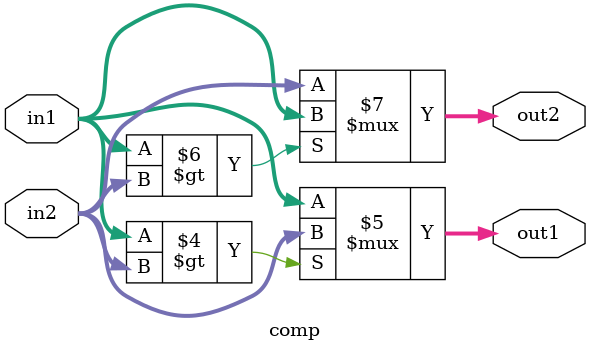
<source format=v>
`timescale 1ns / 1ps
module qsort
#(  parameter pADDR_WIDTH = 12,
    parameter pDATA_WIDTH = 32
)
(
    // AXI-Lite
    // write
    output  reg                      awready,
    output  reg                      wready,
    input   wire                     awvalid,
    input   wire [(pADDR_WIDTH-1):0] awaddr,
    input   wire                     wvalid,
    input   wire [(pDATA_WIDTH-1):0] wdata,
    // read
    output  reg                      arready,
    input   wire                     rready,
    input   wire                     arvalid,
    input   wire [(pADDR_WIDTH-1):0] araddr,
    output  reg                      rvalid,
    output  reg  [(pDATA_WIDTH-1):0] rdata, 

    // AXI-Stream   
    // Input data
    input   wire                     ss_tvalid, 
    input   wire [(pDATA_WIDTH-1):0] ss_tdata, 
    input   wire                     ss_tlast, 
    output  reg                      ss_tready, 
    // Output data
    input   wire                     sm_tready, 
    output  reg                      sm_tvalid, 
    output  reg  [(pDATA_WIDTH-1):0] sm_tdata, 
    output  reg                      sm_tlast, 

    input   wire                     axis_clk,
    input   wire                     axis_rst_n
);

// block level signal (0x00)
reg ap_start, n_ap_start;
reg ap_idle, n_ap_idle;
reg ap_done, n_ap_done;
reg stream_in_ready, stream_out_ready;

// axi-lite read
localparam  AXI_READ_IDLE = 0,
            AXI_READ_ADDR = 1,
            AXI_READ_WAIT = 2,
            AXI_READ_DATA = 3;

// axi-lite write
localparam  AXI_WRITE_IDLE = 0,
            AXI_WRITE_ADDR = 1,
            AXI_WRITE_DATA = 2;

// Stream-In
reg n_ss_tready;

// AXI
reg [2:0] axi_read_state, n_axi_read_state;
reg [2:0] axi_write_state, n_axi_write_state;

integer i,j ,k;

// QSORT fsm
localparam  ST_IDLE = 0,
            ST_WAIT = 1,
            ST_SSIN = 2,
			ST_SORT = 3,
            ST_OUT  = 4;

reg [2:0] sort_state, n_sort_state;

reg [31:0] axiwaddr, axiraddr;
reg [31:0] data[9:0];

reg  [31:0] sort_in[9:0];
wire [31:0] sort_out[9:0];

reg [31:0] data0,data1,data2,data3,data4,data5,data6,data7,data8,data9;
reg [31:0] sort_in0,sort_in1,sort_in2,sort_in3,sort_in4,sort_in5,sort_in6,sort_in7,sort_in8,sort_in9;
reg [31:0] sort_out0,sort_out1,sort_out2,sort_out3,sort_out4,sort_out5,sort_out6,sort_out7,sort_out8,sort_out9;

reg [4:0] cnt_out;
reg [4:0] cnt_sort;
reg [4:0] cnt_in;

always @(posedge axis_clk or negedge axis_rst_n) begin
    if (!axis_rst_n) begin
        axiwaddr <= 0;
        axiraddr <= 0;
    end
    else begin
        axiwaddr <= (awvalid == 1 && awready == 1) ? awaddr :  axiwaddr;
        axiraddr <= (arvalid == 1 && arready == 1) ? araddr :  axiraddr;
    end
end


// ======================= AXI-Lite: Read ======================================
always @(*) begin
    case (axi_read_state)
        AXI_READ_IDLE:  n_axi_read_state = (arvalid == 1) ? AXI_READ_ADDR : AXI_READ_IDLE;
        AXI_READ_ADDR:  n_axi_read_state = AXI_READ_WAIT;
        AXI_READ_WAIT:  n_axi_read_state = AXI_READ_DATA;
        AXI_READ_DATA:  n_axi_read_state = (rvalid == 1) ? AXI_READ_IDLE : AXI_READ_DATA;
        default: n_axi_read_state = AXI_READ_IDLE;
    endcase
end


always @(posedge axis_clk or negedge axis_rst_n) begin
    if (!axis_rst_n) begin
        axi_read_state  <= AXI_READ_IDLE;
        arready <= 0;
        rvalid  <= 0;
    end else begin
        axi_read_state  <= n_axi_read_state;
        arready <= (n_axi_read_state == AXI_READ_ADDR) ? 1 : 0;
        rvalid  <= (n_axi_read_state == AXI_READ_DATA) ? 1 : 0;
    end
end

always @(*) begin
	case (axiraddr)
		'h00: rdata = {
			stream_out_ready,       // [5]
			stream_in_ready,        // [4]
			1'b0,                   // [3]
			ap_idle,                // [2]
			ap_done,                // [1]
			ap_start                // [0]
		};                          // block level signals
		default: rdata = 0;
	endcase
end

// ======================= AXI-Lite: Write ======================================
always @(*) begin
    case (axi_write_state)
        AXI_WRITE_IDLE: n_axi_write_state = (awvalid == 1) ? AXI_WRITE_ADDR : AXI_WRITE_IDLE;
        AXI_WRITE_ADDR: n_axi_write_state = AXI_WRITE_DATA;
        AXI_WRITE_DATA: n_axi_write_state = (wvalid == 1) ? AXI_WRITE_IDLE : AXI_WRITE_DATA;
        default: n_axi_write_state = AXI_WRITE_IDLE;
    endcase
end

always @(posedge axis_clk or negedge axis_rst_n) begin
    if (!axis_rst_n) begin
        axi_write_state  <= AXI_WRITE_IDLE;
        awready <= 0;
        wready  <= 0;
    end else begin
        axi_write_state  <= n_axi_write_state;
        awready <= (n_axi_write_state == AXI_WRITE_ADDR) ? 1 : 0;
        wready  <= (n_axi_write_state == AXI_WRITE_DATA) ? 1 : 0;
    end
end

// ======================= Stream-In ============================================
always @(*) begin
    if (sort_state == ST_SSIN)  ss_tready = 1;
    else                        ss_tready = 0;
end

// ======================= Stream-Out ===========================================
always @(*) begin
    if (sort_state == ST_OUT) begin
        sm_tvalid = 1;
        sm_tdata = data[0];
        sm_tlast = (cnt_out == 'd9) ? 1 : 0;
    end
    else begin
        sm_tvalid = 0;
        sm_tdata = 0;
        sm_tlast = 0;
    end
end


// ======================= Block level Signals ===================================
// ap_start
always @(*) begin
    if      (axiwaddr == 'h00 && wready == 1 && wvalid == 1 && wdata == 1)  n_ap_start = wdata;     // Host program ap_start = 1
    else if (sort_state == ST_SSIN)                                         n_ap_start = 0;         // Reset to 0, when 1st AXI-Stream handshake
    else                                                                    n_ap_start = ap_start;
end

// ap_idle
always @(*) begin
    if      (axiwaddr == 'h00 && wready == 1 && wvalid == 1 && wdata == 1)  n_ap_idle = 0;      // Host program ap_start = 1
    else if (sort_state == ST_OUT && cnt_out == 9 && sm_tready == 1)        n_ap_idle = 1;      // Reset to 1, when last data had axi-streamed out
    else                                                                    n_ap_idle = ap_idle;   
end

// ap_done
always @(*) begin
    if      (sort_state == ST_OUT && cnt_out == 9 && sm_tready == 1)   n_ap_done = 1;
    else if (sort_state == ST_SSIN)                                     n_ap_done = 0;
    else                                                                n_ap_done = ap_done;
end

// stream_in_ready, stream_out_ready
always @(*) begin
    stream_in_ready     = (sort_state == ST_WAIT);
    stream_out_ready    = (sort_state == ST_OUT);
end


always @(posedge axis_clk or negedge axis_rst_n) begin
    if (!axis_rst_n) begin
        ap_start    <= 0;
        ap_idle     <= 1;
        ap_done     <= 0;
    end else begin
        ap_start    <= n_ap_start;
        ap_idle     <= n_ap_idle;
        ap_done     <= n_ap_done;
    end
end

// ======================= SORT Engine ============================================
// output counter
always @(posedge axis_clk or negedge axis_rst_n) begin
    if (!axis_rst_n)    cnt_out <= 0;
    else begin
        if      (sort_state == ST_IDLE)             cnt_out <= 0;
        else if (sm_tready == 1 && sm_tvalid == 1)  cnt_out <= cnt_out + 1;
    end
end

//stream input counter
always @(posedge axis_clk or negedge axis_rst_n) begin
    if (!axis_rst_n)    cnt_in <= 0;
    else begin
        if      (sort_state == ST_IDLE)  cnt_in <= 0;
        else if (sort_state == ST_SSIN)  cnt_in <= cnt_in + 1;
    end
end

//sort counter
always @(posedge axis_clk or negedge axis_rst_n) begin
    if (!axis_rst_n)    cnt_sort <= 0;
    else begin
        if      (sort_state == ST_IDLE) cnt_sort <= 0;
        else if (sort_state == ST_SORT) cnt_sort <= cnt_sort + 1;
    end
end

always @(*)begin
	data0 <= data[0];
	data1 <= data[1];
	data2 <= data[2];
	data3 <= data[3];
	data4 <= data[4];
	data5 <= data[5];
	data6 <= data[6];
	data7 <= data[7];
	data8 <= data[8];
	data9 <= data[9];
	
	sort_in0 <= sort_in[0];
	sort_in1 <= sort_in[1];
	sort_in2 <= sort_in[2];
	sort_in3 <= sort_in[3];
	sort_in4 <= sort_in[4];
	sort_in5 <= sort_in[5];
	sort_in6 <= sort_in[6];
	sort_in7 <= sort_in[7];
	sort_in8 <= sort_in[8];
	sort_in9 <= sort_in[9];
	
	sort_out0 <= sort_out[0];
	sort_out1 <= sort_out[1];
	sort_out2 <= sort_out[2];
	sort_out3 <= sort_out[3];
	sort_out4 <= sort_out[4];
	sort_out5 <= sort_out[5];
	sort_out6 <= sort_out[6];
	sort_out7 <= sort_out[7];
	sort_out8 <= sort_out[8];
	sort_out9 <= sort_out[9];
end

always @(posedge axis_clk or negedge axis_rst_n) begin
    if (!axis_rst_n) begin
		for (i=0; i<10; i=i+1) begin
			data[i] <= 0;
		end
    end 
	else begin
        if(sort_state == ST_SSIN && ss_tready == 1)begin
			data[9] <= ss_tdata;
			for (i=0; i<9; i=i+1) begin
				data[i] <= data[i+1];
			end
		end
		else if(sort_state == ST_SORT)begin
			if(cnt_sort == 'd0)begin
				//[(0,1),(2,5),(3,6),(4,7),(8,9)]
                data[0] <= sort_out[0];
                data[1] <= sort_out[1];
                        
                data[2] <= sort_out[2];
                data[5] <= sort_out[3];
                        
                data[3] <= sort_out[4];
                data[6] <= sort_out[5];
                        
                data[4] <= sort_out[6];
                data[7] <= sort_out[7];
                        
                data[8] <= sort_out[8];
                data[9] <= sort_out[9];
            end
            else if(cnt_sort == 'd1)begin
                //[(0,6),(1,8),(2,4),(3,9),(5,7)]
                data[0] <= sort_out[0];
                data[6] <= sort_out[1];
                                  
                data[1] <= sort_out[2];
                data[8] <= sort_out[3];
                                  
                data[2] <= sort_out[4];
                data[4] <= sort_out[5];
                                  
                data[3] <= sort_out[6];
                data[9] <= sort_out[7];
                                  
                data[5] <= sort_out[8];
                data[7] <= sort_out[9];
            end 
            else if(cnt_sort == 'd2)begin
                //[(0,2),(1,3),(4,5),(6,8),(7,9)]
                data[0] <= sort_out[0];
                data[2] <= sort_out[1];
                                  
                data[1] <= sort_out[2];
                data[3] <= sort_out[3];
                                  
                data[4] <= sort_out[4];
                data[5] <= sort_out[5];
                                  
                data[6] <= sort_out[6];
                data[8] <= sort_out[7];
                                  
                data[7] <= sort_out[8];
                data[9] <= sort_out[9];
            end
            else if(cnt_sort == 'd3)begin
                //[(0,1),(2,7),(3,5),(4,6),(8,9)]
                data[0] <= sort_out[0];
                data[1] <= sort_out[1];
                                  
                data[2] <= sort_out[2];
                data[7] <= sort_out[3];
                                  
                data[3] <= sort_out[4];
                data[5] <= sort_out[5];
                                  
                data[4] <= sort_out[6];
                data[6] <= sort_out[7];
                                  
                data[8] <= sort_out[8];
                data[9] <= sort_out[9];
            end
            else if(cnt_sort == 'd4)begin
                //[(1,2),(3,4),(5,6),(7,8)]
                data[1] <= sort_out[0];
                data[2] <= sort_out[1];
				                  
                data[3] <= sort_out[2];
                data[4] <= sort_out[3];
                                  
                data[5] <= sort_out[4];
                data[6] <= sort_out[5];
                                  
                data[7] <= sort_out[6];
                data[8] <= sort_out[7];
            end         
            else if(cnt_sort == 'd5)begin
                //[(1,3),(2,4),(5,7),(6,8)]
                data[1] <= sort_out[0];
                data[3] <= sort_out[1];
				                  
                data[2] <= sort_out[2];
                data[4] <= sort_out[3];
                                  
                data[5] <= sort_out[4];
                data[7] <= sort_out[5];
                                  
                data[6] <= sort_out[6];
                data[8] <= sort_out[7];
            end         
            else if(cnt_sort == 'd6)begin
                //[(2,3),(4,5),(6,7)]
                data[2] <= sort_out[0];
                data[3] <= sort_out[1];
                                  
                data[4] <= sort_out[2];
                data[5] <= sort_out[3];
                                  
                data[6] <= sort_out[4];
                data[7] <= sort_out[5];
            end         
		end             
		else if(sort_state == ST_OUT && sm_tready == 1 && sm_tvalid == 1)begin
			for (i=0; i<9; i=i+1) begin
				data[i] <= data[i+1];
			end         
		end
    end
end

always @(*) begin
	sort_in[0] = 0;
    sort_in[1] = 0;
    sort_in[2] = 0;
    sort_in[3] = 0;
    sort_in[4] = 0;
    sort_in[5] = 0;
    sort_in[6] = 0;
    sort_in[7] = 0;
    sort_in[8] = 0;
    sort_in[9] = 0;
	
    if(sort_state == ST_SORT)begin
		if(cnt_sort == 'd0)begin
			//[(0,1),(2,5),(3,6),(4,7),(8,9)]
            sort_in[0] = data[0];
            sort_in[1] = data[1];
		   
            sort_in[2] = data[2];
            sort_in[3] = data[5];
		   
            sort_in[4] = data[3];
            sort_in[5] = data[6];
		   
            sort_in[6] = data[4];
            sort_in[7] = data[7];
		   
            sort_in[8] = data[8];
            sort_in[9] = data[9];
        end
        else if(cnt_sort == 'd1)begin
            //[(0,6),(1,8),(2,4),(3,9),(5,7)]
            sort_in[0] = data[0];
            sort_in[1] = data[6];
		   
            sort_in[2] = data[1];
            sort_in[3] = data[8];
		   
            sort_in[4] = data[2];
            sort_in[5] = data[4];
		   
            sort_in[6] = data[3];
            sort_in[7] = data[9];
		   
            sort_in[8] = data[5];
            sort_in[9] = data[7];
        end 
        else if(cnt_sort == 'd2)begin
            //[(0,2),(1,3),(4,5),(6,8),(7,9)]
            sort_in[0] = data[0];
            sort_in[1] = data[2];
                       
            sort_in[2] = data[1];
            sort_in[3] = data[3];
                       
            sort_in[4] = data[4];
            sort_in[5] = data[5];
                       
            sort_in[6] = data[6];
            sort_in[7] = data[8];
                       
            sort_in[8] = data[7];
            sort_in[9] = data[9];
        end
        else if(cnt_sort == 'd3)begin
            //[(0,1),(2,7),(3,5),(4,6),(8,9)]
            sort_in[0] = data[0];
            sort_in[1] = data[1];
	          
            sort_in[2] = data[2];
            sort_in[3] = data[7];
	          
            sort_in[4] = data[3];
            sort_in[5] = data[5];
	          
            sort_in[6] = data[4];
            sort_in[7] = data[6];
	          
            sort_in[8] = data[8];
            sort_in[9] = data[9];
        end
        else if(cnt_sort == 'd4)begin
            //[(1,2),(3,4),(5,6),(7,8)]
            sort_in[0] = data[1];
            sort_in[1] = data[2];
                       
            sort_in[2] = data[3];
            sort_in[3] = data[4];
                       
            sort_in[4] = data[5];
            sort_in[5] = data[6];
                       
            sort_in[6] = data[7];
            sort_in[7] = data[8];
        end            
        else if(cnt_sort == 'd5)begin
            //[(1,3),(2,4),(5,7),(6,8)]
            sort_in[0] = data[1];
            sort_in[1] = data[3];
                       
            sort_in[2] = data[2];
            sort_in[3] = data[4];
                       
            sort_in[4] = data[5];
            sort_in[5] = data[7];
                       
            sort_in[6] = data[6];
            sort_in[7] = data[8];
        end            
        else if(cnt_sort == 'd6)begin
            //[(2,3),(4,5),(6,7)]
            sort_in[0] = data[2];
            sort_in[1] = data[3];
                       
            sort_in[2] = data[4];
            sort_in[3] = data[5];
                       
            sort_in[4] = data[6];
            sort_in[5] = data[7];
        end          
    end                   
end                        
                           
comp comp1(.in1(sort_in[0]), .in2(sort_in[1]), .out1(sort_out[0]), .out2(sort_out[1]));
comp comp2(.in1(sort_in[2]), .in2(sort_in[3]), .out1(sort_out[2]), .out2(sort_out[3]));
comp comp3(.in1(sort_in[4]), .in2(sort_in[5]), .out1(sort_out[4]), .out2(sort_out[5]));
comp comp4(.in1(sort_in[6]), .in2(sort_in[7]), .out1(sort_out[6]), .out2(sort_out[7]));
comp comp5(.in1(sort_in[8]), .in2(sort_in[9]), .out1(sort_out[8]), .out2(sort_out[9]));


// SORT fsm
always @(*) begin
    case (sort_state)
        ST_IDLE:   n_sort_state = (wready == 1 && wvalid == 1 && wdata == 1) ?  ST_WAIT : ST_IDLE;
        ST_WAIT:   n_sort_state = (ss_tvalid == 1) ? ST_SSIN : ST_WAIT;     // wait for Stream-In data
        ST_SSIN:begin
			if(ss_tready == 1 && cnt_in == 'd9)  n_sort_state = ST_SORT; // Get Stream-In data
			else if(ss_tready == 1)              n_sort_state = ST_WAIT;
			else                                 n_sort_state = ST_SSIN;
        end
		ST_SORT:   n_sort_state = (cnt_sort == 'd7) ? ST_OUT  : ST_SORT;     // SORT
        ST_OUT: begin
            if      (sm_tready == 1 &  cnt_out == 'd9)  n_sort_state = ST_IDLE; // reset
            else                                        n_sort_state = ST_OUT;  // wait for handshake
        end
        default: n_sort_state = sort_state;
    endcase
end

always @(posedge axis_clk or negedge axis_rst_n) begin
    if (!axis_rst_n)    sort_state   <= ST_IDLE;
    else                sort_state   <= n_sort_state;
end

endmodule

module comp(
    input wire [31:0] in1,
    input wire [31:0] in2,
    output wire [31:0] out1,
    output wire [31:0] out2
);

assign out1 = (in1 > in2) ? in2 : in1;
assign out2 = (in1 > in2) ? in1 : in2;

endmodule

</source>
